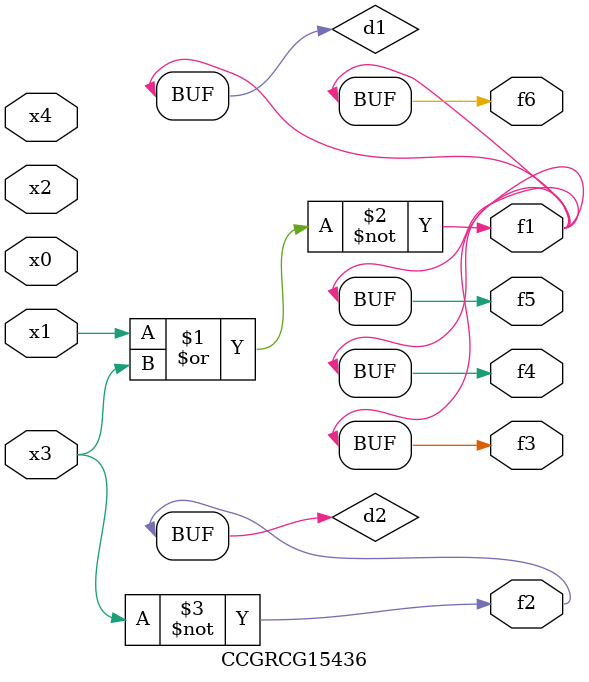
<source format=v>
module CCGRCG15436(
	input x0, x1, x2, x3, x4,
	output f1, f2, f3, f4, f5, f6
);

	wire d1, d2;

	nor (d1, x1, x3);
	not (d2, x3);
	assign f1 = d1;
	assign f2 = d2;
	assign f3 = d1;
	assign f4 = d1;
	assign f5 = d1;
	assign f6 = d1;
endmodule

</source>
